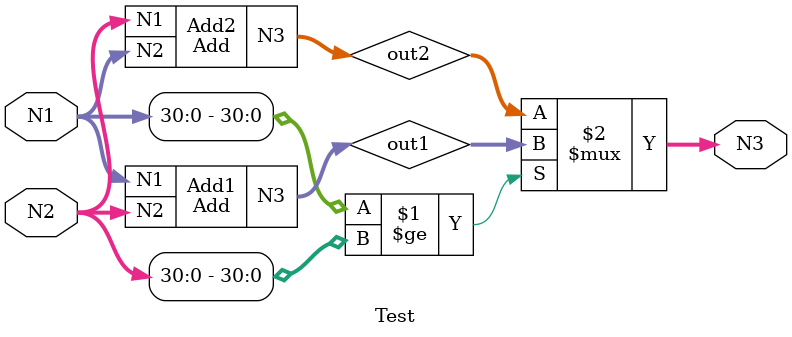
<source format=v>
`timescale 1ns / 1ps

`define BIAS 8'b01111111

module Add(input [31:0] N1, input [31:0] N2, output reg [31:0] N3);
wire signdiff;
//wire [7:0] diff;

reg cout;
reg [7:0] offset, newexp, diff;
reg [22:0] sum, shift;
reg [23:0] sum2, sum3;

assign signdiff = N1[31] ^ N2[31];

always@(*) begin
        offset = N1[30:23] - `BIAS;
		diff = (N1[30:23] - `BIAS) - (N2[30:23] - `BIAS);
        shift = diff ? ({1'b1, N2[22:1]}) >> (diff - 1'b1) : ({1'b1, N2[22:1]});
        if(signdiff) begin
            {cout, sum} = diff ? (({1'b1,N1[22:0]} - {1'b0, shift}) << diff) : (N1[22:0] - N2[22:0]);
            newexp = offset - cout + `BIAS;
        end
        else begin
            {cout, sum} = diff ? (N1[22:0] + shift) : ({1'b1,N1[22:1]} + shift);
            newexp = offset + cout + `BIAS;
        end
        N3 = {N1[31], newexp, sum};
end
endmodule

// Single Floating Point Multiplier
// N[31] = Sign Bit
// N[30:23] = 8-bit Exponent
// N[22:0] = 23-bit Fraction
module Test(input [31:0] N1, input [31:0] N2, output [31:0] N3);
wire [31:0] out1, out2;

Add Add1(N1, N2, out1);
Add Add2(N2, N1, out2);

assign N3 = N1[30:0] >= N2[30:0] ? out1 : out2;

endmodule


</source>
